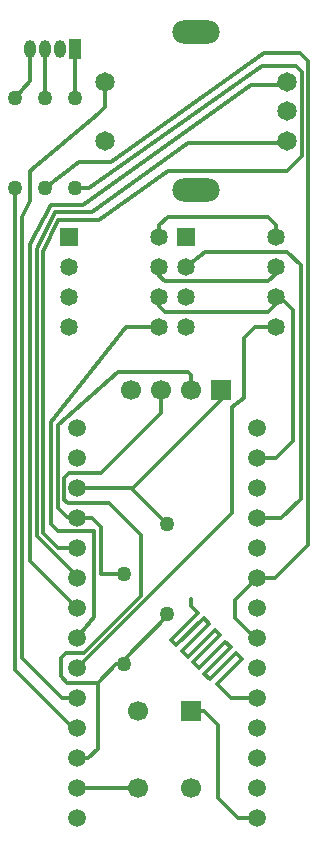
<source format=gbr>
G04 DipTrace 3.3.1.3*
G04 Top.gbr*
%MOIN*%
G04 #@! TF.FileFunction,Copper,L1,Top*
G04 #@! TF.Part,Single*
G04 #@! TA.AperFunction,Conductor*
%ADD14C,0.012992*%
G04 #@! TA.AperFunction,ComponentPad*
%ADD15R,0.066929X0.066929*%
%ADD16C,0.066929*%
%ADD17C,0.059055*%
%ADD18C,0.05*%
%ADD19C,0.05*%
%ADD20C,0.064961*%
%ADD21O,0.15748X0.07874*%
%ADD22O,0.03937X0.059055*%
%ADD23R,0.041339X0.066929*%
%ADD25R,0.0585X0.0585*%
%ADD26C,0.0585*%
%FSLAX26Y26*%
G04*
G70*
G90*
G75*
G01*
G04 Top*
%LPD*%
X656202Y856202D2*
D14*
X643701D1*
X449951Y1049951D1*
Y2656201D1*
X656202Y1556202D2*
X668815Y1559567D1*
X621585D1*
X591538Y1589614D1*
Y1866924D1*
X792055Y2042261D1*
X1026391D1*
X1037451Y2031201D1*
Y1981201D1*
X656202Y1556202D2*
X706201D1*
X737450Y1524953D1*
Y1368701D1*
X812451D1*
X931201Y2393701D2*
Y2362451D1*
X949180Y2344472D1*
X1294474D1*
X1318701Y2368699D1*
Y2393701D1*
X499953Y3118699D2*
Y3012450D1*
X449951Y2956201D1*
X549953Y3118699D2*
Y2956201D1*
X649953Y3118699D2*
Y2956201D1*
X649951D1*
X931201Y2493701D2*
Y2531199D1*
X958222Y2558220D1*
X1291682D1*
X1318701Y2531202D1*
Y2493701D1*
X656202Y656202D2*
X859944D1*
X860286Y656545D1*
X1256202Y956202D2*
X1168701D1*
X1121827Y1003076D1*
X1206202Y1087450D1*
X1187451Y1106201D1*
X1099953Y1018701D1*
X1081202Y1037451D1*
X1168702Y1124950D1*
X1149951Y1143701D1*
X1062451Y1056201D1*
X1043702Y1074951D1*
X1134325Y1165575D1*
X1115576Y1184325D1*
X1024951Y1093701D1*
X1006201Y1112450D1*
X1096825Y1203075D1*
X1078076Y1221825D1*
X987451Y1131201D1*
X968701Y1149950D1*
X1059325Y1240575D1*
X1037451Y1262450D1*
Y1287450D1*
X656202Y956202D2*
X606201D1*
X472222Y1090181D1*
Y2558572D1*
X499929Y2611949D1*
Y2712497D1*
X725185Y2902214D1*
X749902Y2926930D1*
Y3010875D1*
X656202Y1056201D2*
X1173298Y1573297D1*
Y1924950D1*
X1212451Y1956201D1*
Y2156201D1*
X1249951Y2193701D1*
X1318701D1*
X656202Y1156202D2*
X712451Y1224951D1*
Y1511886D1*
X594266D1*
X568701Y1537451D1*
Y1874950D1*
X818702Y2193701D1*
X931201D1*
X656202Y1356201D2*
X662451D1*
X521471Y1497181D1*
Y2453037D1*
X582375Y2574950D1*
X705777D1*
X1024951Y2806199D1*
X1356201D1*
Y2814025D1*
X656202Y1256202D2*
X499953Y1412451D1*
Y2468873D1*
X568331Y2599950D1*
X675778D1*
X1237451Y2999950D1*
X1343703D1*
X1356201Y3010875D1*
X1037451Y912450D2*
X1081202D1*
X1127290Y866362D1*
Y622612D1*
X1194517Y555385D1*
X1260412D1*
X1256202Y556202D1*
X656202Y1456202D2*
X593701D1*
X543846Y1506056D1*
Y2442818D1*
X593702Y2549950D1*
X731203D1*
X960898Y2711357D1*
X1355108D1*
X1405705Y2761954D1*
Y3044197D1*
X1387451Y3062450D1*
X1272350D1*
X697353Y2656201D1*
X649951D1*
X931201Y2293701D2*
Y2262451D1*
X949827Y2243825D1*
X1293827D1*
X1318701Y2268699D1*
Y2293701D1*
X1256202Y1756202D2*
X1318703D1*
X1374951Y1812450D1*
Y2249950D1*
X1324951Y2299951D1*
X1318701Y2293701D1*
X656202Y1656201D2*
X843702D1*
X1137451Y1949950D1*
Y1981201D1*
X956202Y1537450D2*
X837451Y1656201D1*
X656202D1*
X1256202Y1356201D2*
X1316835D1*
X1425970Y1465336D1*
Y3080182D1*
X1399953Y3106199D1*
X1281176D1*
X768703Y2743701D1*
X662451D1*
X549953Y2656201D1*
X1256202Y1156202D2*
X1237451Y1168701D1*
X1182056Y1224096D1*
Y1282055D1*
X1256202Y1356201D1*
Y1556202D2*
X1337453D1*
X1401925Y1620675D1*
Y2397976D1*
X1355552Y2444349D1*
X1082013D1*
X1018701Y2393701D1*
X656202Y756201D2*
X693701D1*
X724951Y787451D1*
Y1006570D1*
X624583D1*
X602240Y1028912D1*
Y1089740D1*
X620050Y1107550D1*
X679028D1*
X868701Y1297223D1*
Y1499450D1*
X763434Y1604717D1*
X626436D1*
X613936Y1617217D1*
Y1688936D1*
X629869Y1704869D1*
X736119D1*
X937451Y1906201D1*
Y1981201D1*
X724951Y787450D2*
Y1006201D1*
X787451Y1068701D1*
X812451D1*
Y1083579D1*
X961262Y1232390D1*
X956202Y1237450D1*
D15*
X1137451Y1981201D3*
D16*
X1037451D3*
X937451D3*
X837451D3*
D17*
X656202Y556202D3*
Y656202D3*
Y756201D3*
Y856202D3*
Y956202D3*
Y1056201D3*
Y1156202D3*
Y1256202D3*
Y1356201D3*
Y1456202D3*
Y1556202D3*
Y1656201D3*
X1256202Y556202D3*
Y656202D3*
Y756201D3*
Y856202D3*
Y956202D3*
Y1056201D3*
Y1156202D3*
Y1256202D3*
Y1356201D3*
Y1456202D3*
Y1556202D3*
Y1656201D3*
X656202Y1756202D3*
Y1856202D3*
X1256202Y1756202D3*
Y1856202D3*
D18*
X649951Y2956201D3*
D19*
Y2656201D3*
D18*
X549953Y2956201D3*
D19*
Y2656201D3*
D18*
X449951Y2956201D3*
D19*
Y2656201D3*
D18*
X812451Y1068701D3*
D19*
Y1368701D3*
D18*
X956202Y1237450D3*
D19*
Y1537450D3*
D20*
X1356201Y2912450D3*
Y3010875D3*
Y2814025D3*
X749902D3*
Y3010875D3*
D21*
X1053051Y3176230D3*
Y2648671D3*
D22*
X499952Y3118699D3*
X599952D3*
D23*
X649952D3*
D22*
X549952D3*
D15*
X1037451Y912450D3*
D16*
X860286D3*
Y656545D3*
X1037451D3*
D25*
X1018701Y2493701D3*
D26*
Y2393701D3*
Y2293701D3*
Y2193701D3*
X1318701D3*
Y2293701D3*
Y2393701D3*
Y2493701D3*
D25*
X631201D3*
D26*
Y2393701D3*
Y2293701D3*
Y2193701D3*
X931201D3*
Y2293701D3*
Y2393701D3*
Y2493701D3*
M02*

</source>
